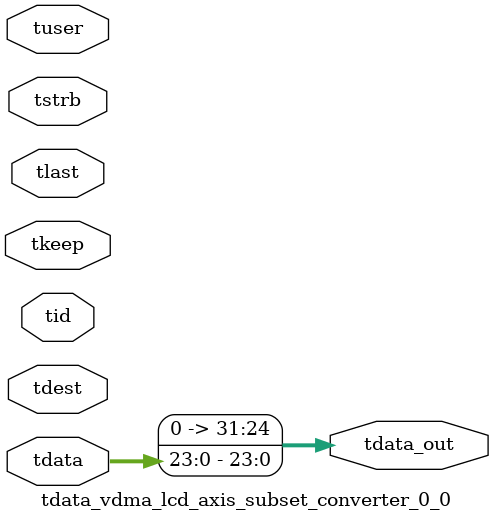
<source format=v>


`timescale 1ps/1ps

module tdata_vdma_lcd_axis_subset_converter_0_0 #
(
parameter C_S_AXIS_TDATA_WIDTH = 32,
parameter C_S_AXIS_TUSER_WIDTH = 0,
parameter C_S_AXIS_TID_WIDTH   = 0,
parameter C_S_AXIS_TDEST_WIDTH = 0,
parameter C_M_AXIS_TDATA_WIDTH = 32
)
(
input  [(C_S_AXIS_TDATA_WIDTH == 0 ? 1 : C_S_AXIS_TDATA_WIDTH)-1:0     ] tdata,
input  [(C_S_AXIS_TUSER_WIDTH == 0 ? 1 : C_S_AXIS_TUSER_WIDTH)-1:0     ] tuser,
input  [(C_S_AXIS_TID_WIDTH   == 0 ? 1 : C_S_AXIS_TID_WIDTH)-1:0       ] tid,
input  [(C_S_AXIS_TDEST_WIDTH == 0 ? 1 : C_S_AXIS_TDEST_WIDTH)-1:0     ] tdest,
input  [(C_S_AXIS_TDATA_WIDTH/8)-1:0 ] tkeep,
input  [(C_S_AXIS_TDATA_WIDTH/8)-1:0 ] tstrb,
input                                                                    tlast,
output [C_M_AXIS_TDATA_WIDTH-1:0] tdata_out
);

assign tdata_out = {tdata[23:0]};

endmodule


</source>
